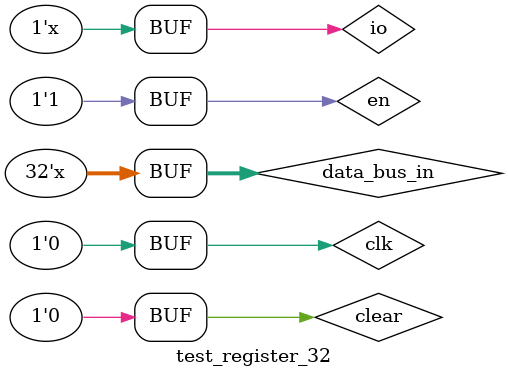
<source format=v>
`timescale 1ns / 1ps


module test_register_32(
    );
    //由于待测模块中有一个inout类型的端口, 测试比较复杂:
    //用wire型的data_bus连接待测模块的这个端口
    //用io的值选择data_bus在待测模块外面如何连接:
    //io=1, 此时应该向寄存器写入数据, 将data_bus_in连接到data_bus, 并在always中不断改变data_bus_in的值(所以data_bus_in是reg类型)
    //io=0, 此时应该从寄存器内读取数据, 则将data_bus连接到data_bus_out, 用以在波形中更好的展示输入输出结果
    wire [31:0] data_bus_out;
    wire [31:0] data_bus;
    reg [31:0] data_bus_in=0;
    reg en=1, clear=0, io=0, clk=0;
    register_32 r32(data_bus, en, clear, io, clk);

    assign data_bus = (io) ? data_bus_in : 32'bz;
    assign data_bus_out = !(io) ? data_bus : 32'bz;
    always begin
        #4
        clk = 1;
        #1
        clk = 0;
        #4
        data_bus_in = data_bus_in + 1;
        #1
        // {en, clear, io} = {en, clear, io} - 1;
        io = ~io;
    end
endmodule

</source>
